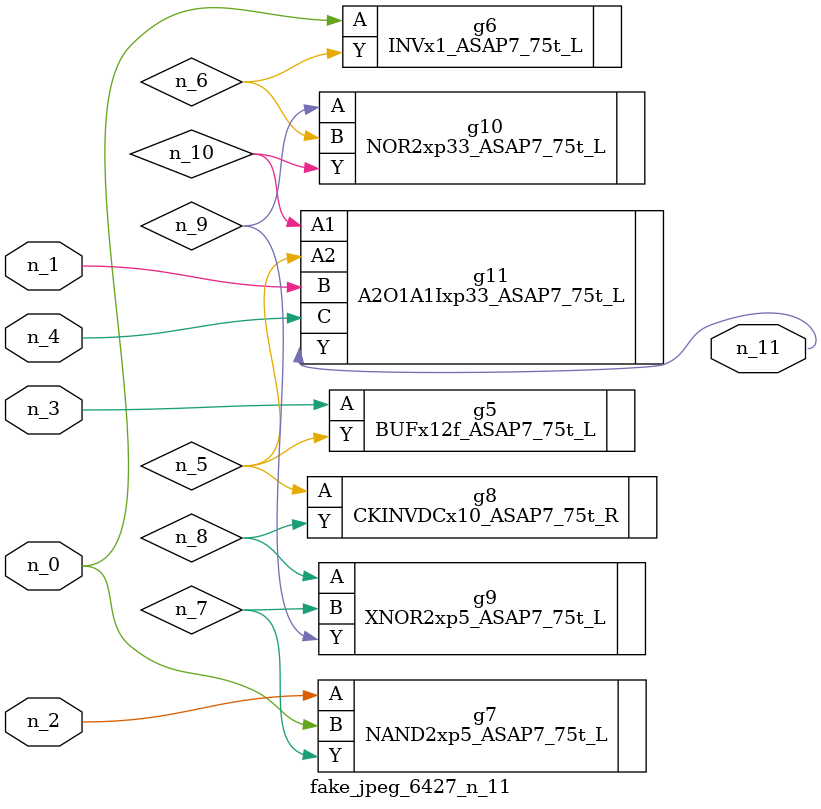
<source format=v>
module fake_jpeg_6427_n_11 (n_3, n_2, n_1, n_0, n_4, n_11);

input n_3;
input n_2;
input n_1;
input n_0;
input n_4;

output n_11;

wire n_10;
wire n_8;
wire n_9;
wire n_6;
wire n_5;
wire n_7;

BUFx12f_ASAP7_75t_L g5 ( 
.A(n_3),
.Y(n_5)
);

INVx1_ASAP7_75t_L g6 ( 
.A(n_0),
.Y(n_6)
);

NAND2xp5_ASAP7_75t_L g7 ( 
.A(n_2),
.B(n_0),
.Y(n_7)
);

CKINVDCx10_ASAP7_75t_R g8 ( 
.A(n_5),
.Y(n_8)
);

XNOR2xp5_ASAP7_75t_L g9 ( 
.A(n_8),
.B(n_7),
.Y(n_9)
);

NOR2xp33_ASAP7_75t_L g10 ( 
.A(n_9),
.B(n_6),
.Y(n_10)
);

A2O1A1Ixp33_ASAP7_75t_L g11 ( 
.A1(n_10),
.A2(n_5),
.B(n_1),
.C(n_4),
.Y(n_11)
);


endmodule
</source>
